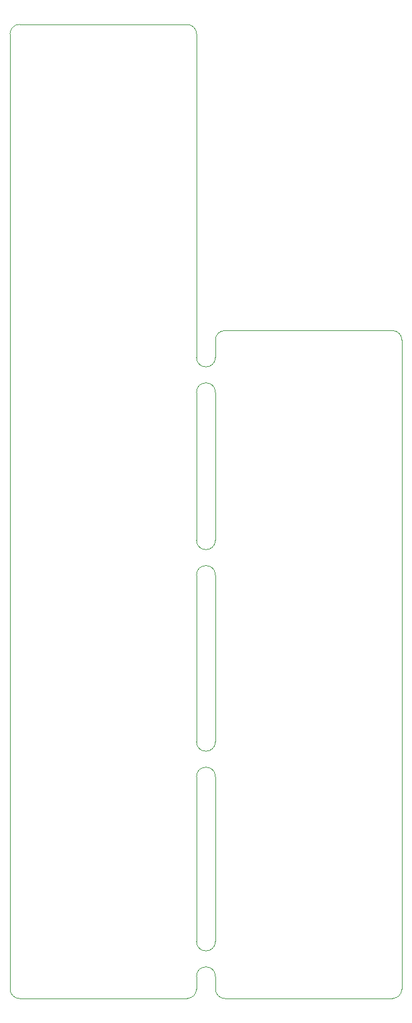
<source format=gm1>
%TF.GenerationSoftware,KiCad,Pcbnew,(5.1.8-0-10_14)*%
%TF.CreationDate,2021-07-08T18:32:03+01:00*%
%TF.ProjectId,4u-music-thing-vactrol-crossfader,34752d6d-7573-4696-932d-7468696e672d,rev?*%
%TF.SameCoordinates,Original*%
%TF.FileFunction,Profile,NP*%
%FSLAX46Y46*%
G04 Gerber Fmt 4.6, Leading zero omitted, Abs format (unit mm)*
G04 Created by KiCad (PCBNEW (5.1.8-0-10_14)) date 2021-07-08 18:32:03*
%MOMM*%
%LPD*%
G01*
G04 APERTURE LIST*
%TA.AperFunction,Profile*%
%ADD10C,0.050000*%
%TD*%
G04 APERTURE END LIST*
D10*
X114427000Y-160210500D02*
X114427000Y-161925000D01*
X111887000Y-160210500D02*
X111887000Y-161925000D01*
X114427000Y-155511500D02*
X114427000Y-133286500D01*
X111887000Y-133286500D02*
X111887000Y-155511500D01*
X114427000Y-128587500D02*
X114427000Y-106108500D01*
X111887000Y-106108500D02*
X111887000Y-128587500D01*
X114427000Y-101409500D02*
X114427000Y-81470500D01*
X111887000Y-81470500D02*
X111887000Y-101409500D01*
X114427000Y-74422000D02*
X114427000Y-76771500D01*
X111887000Y-33147000D02*
X111887000Y-76771500D01*
X114427000Y-76771500D02*
G75*
G02*
X111887000Y-76771500I-1270000J0D01*
G01*
X111887000Y-81470500D02*
G75*
G02*
X114427000Y-81470500I1270000J0D01*
G01*
X114427000Y-101409500D02*
G75*
G02*
X111887000Y-101409500I-1270000J0D01*
G01*
X111887000Y-106108500D02*
G75*
G02*
X114427000Y-106108500I1270000J0D01*
G01*
X114427000Y-128587500D02*
G75*
G02*
X111887000Y-128587500I-1270000J0D01*
G01*
X111887000Y-133286500D02*
G75*
G02*
X114427000Y-133286500I1270000J0D01*
G01*
X114427000Y-155511500D02*
G75*
G02*
X111887000Y-155511500I-1270000J0D01*
G01*
X111887000Y-160210500D02*
G75*
G02*
X114427000Y-160210500I1270000J0D01*
G01*
X110617000Y-31877000D02*
G75*
G02*
X111887000Y-33147000I0J-1270000D01*
G01*
X86741000Y-33147000D02*
G75*
G02*
X88011000Y-31877000I1270000J0D01*
G01*
X88011000Y-163195000D02*
G75*
G02*
X86741000Y-161925000I0J1270000D01*
G01*
X111887000Y-161925000D02*
G75*
G02*
X110617000Y-163195000I-1270000J0D01*
G01*
X115697000Y-163195000D02*
G75*
G02*
X114427000Y-161925000I0J1270000D01*
G01*
X139573000Y-161925000D02*
G75*
G02*
X138303000Y-163195000I-1270000J0D01*
G01*
X138303000Y-73152000D02*
G75*
G02*
X139573000Y-74422000I0J-1270000D01*
G01*
X114427000Y-74422000D02*
G75*
G02*
X115697000Y-73152000I1270000J0D01*
G01*
X86741000Y-33147000D02*
X86741000Y-161925000D01*
X110617000Y-31877000D02*
X88011000Y-31877000D01*
X88011000Y-163195000D02*
X110617000Y-163195000D01*
X138303000Y-73152000D02*
X115697000Y-73152000D01*
X139573000Y-161925000D02*
X139573000Y-74422000D01*
X115697000Y-163195000D02*
X138303000Y-163195000D01*
M02*

</source>
